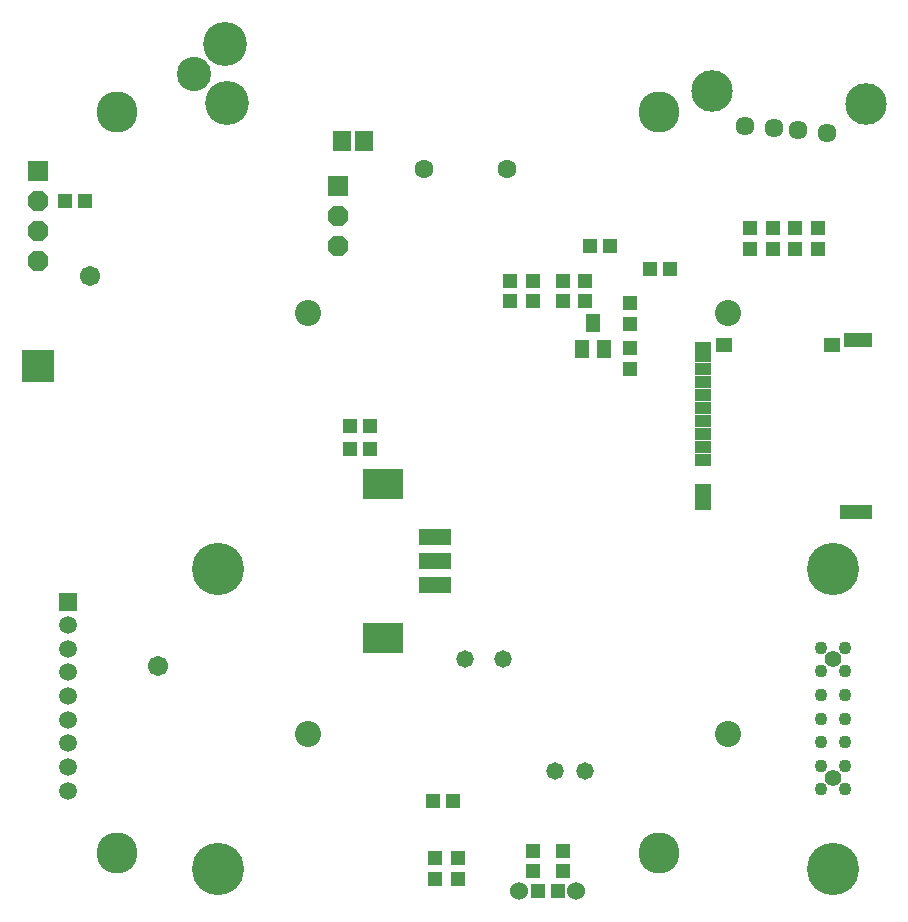
<source format=gbs>
G75*
G70*
%OFA0B0*%
%FSLAX24Y24*%
%IPPOS*%
%LPD*%
%AMOC8*
5,1,8,0,0,1.08239X$1,22.5*
%
%ADD10C,0.1370*%
%ADD11C,0.1740*%
%ADD12C,0.0867*%
%ADD13C,0.0631*%
%ADD14C,0.1464*%
%ADD15C,0.1143*%
%ADD16C,0.0634*%
%ADD17C,0.1386*%
%ADD18R,0.0592X0.0671*%
%ADD19R,0.0946X0.0474*%
%ADD20R,0.1064X0.0474*%
%ADD21R,0.0537X0.0395*%
%ADD22R,0.0537X0.0867*%
%ADD23R,0.0537X0.0710*%
%ADD24R,0.0572X0.0493*%
%ADD25R,0.0474X0.0513*%
%ADD26C,0.0434*%
%ADD27C,0.0549*%
%ADD28R,0.0513X0.0474*%
%ADD29R,0.0595X0.0595*%
%ADD30C,0.0595*%
%ADD31C,0.0600*%
%ADD32R,0.0474X0.0631*%
%ADD33R,0.0674X0.0674*%
%ADD34OC8,0.0674*%
%ADD35C,0.0580*%
%ADD36R,0.1104X0.0552*%
%ADD37R,0.1379X0.0986*%
%ADD38R,0.1080X0.1080*%
%ADD39C,0.0671*%
D10*
X003610Y002450D03*
X021680Y002450D03*
X021680Y027150D03*
X003610Y027150D03*
D11*
X006970Y011930D03*
X006970Y001930D03*
X027470Y001930D03*
X027470Y011930D03*
D12*
X023978Y006422D03*
X023978Y020438D03*
X009962Y020438D03*
X009962Y006422D03*
D13*
X013842Y025261D03*
X016598Y025261D03*
D14*
X007274Y027453D03*
X007205Y029421D03*
D15*
X006177Y028400D03*
D16*
X024541Y026691D03*
X025522Y026606D03*
X026306Y026537D03*
X027287Y026451D03*
D17*
X028584Y027413D03*
X023430Y027864D03*
D18*
X011844Y026180D03*
X011096Y026180D03*
D19*
X028295Y019554D03*
D20*
X028236Y013806D03*
D21*
X023149Y015538D03*
X023149Y015971D03*
X023149Y016404D03*
X023149Y016837D03*
X023149Y017271D03*
X023149Y017704D03*
X023149Y018137D03*
X023149Y018570D03*
D22*
X023149Y014314D03*
D23*
X023149Y019137D03*
D24*
X023836Y019391D03*
X027429Y019391D03*
D25*
X026970Y022595D03*
X026970Y023265D03*
X026220Y023265D03*
X026220Y022595D03*
X025470Y022595D03*
X025470Y023265D03*
X024720Y023265D03*
X024720Y022595D03*
X020720Y020765D03*
X020720Y020095D03*
X020720Y019265D03*
X020720Y018595D03*
X019220Y020845D03*
X019220Y021515D03*
X018470Y021515D03*
X018470Y020845D03*
X017470Y020845D03*
X017470Y021515D03*
X016720Y021515D03*
X016720Y020845D03*
X017470Y002515D03*
X017470Y001845D03*
X018470Y001845D03*
X018470Y002515D03*
X014970Y002265D03*
X014970Y001595D03*
X014220Y001595D03*
X014220Y002265D03*
D26*
X027076Y004568D03*
X027864Y004568D03*
X027864Y005355D03*
X027864Y006143D03*
X027076Y006143D03*
X027076Y005355D03*
X027076Y006930D03*
X027076Y007717D03*
X027864Y007717D03*
X027864Y006930D03*
X027864Y008505D03*
X027076Y008505D03*
X027076Y009292D03*
X027864Y009292D03*
D27*
X027470Y008899D03*
X027470Y004961D03*
D28*
X018305Y001180D03*
X017635Y001180D03*
X014805Y004180D03*
X014135Y004180D03*
X012055Y015930D03*
X011385Y015930D03*
X011385Y016680D03*
X012055Y016680D03*
X019385Y022680D03*
X020055Y022680D03*
X021385Y021930D03*
X022055Y021930D03*
X002555Y024180D03*
X001885Y024180D03*
D29*
X001970Y010830D03*
D30*
X001970Y010042D03*
X001970Y009255D03*
X001970Y008467D03*
X001970Y007680D03*
X001970Y006893D03*
X001970Y006105D03*
X001970Y005318D03*
X001970Y004530D03*
D31*
X017020Y001180D03*
X018920Y001180D03*
D32*
X019096Y019247D03*
X019844Y019247D03*
X019470Y020113D03*
D33*
X010970Y024680D03*
X000970Y025180D03*
D34*
X000970Y024180D03*
X000970Y023180D03*
X000970Y022180D03*
X010970Y022680D03*
X010970Y023680D03*
D35*
X015220Y008930D03*
X016470Y008930D03*
X018220Y005180D03*
X019220Y005180D03*
D36*
X014220Y011393D03*
X014220Y012180D03*
X014220Y012967D03*
D37*
X012468Y014739D03*
X012468Y009621D03*
D38*
X000970Y018680D03*
D39*
X002720Y021680D03*
X004970Y008680D03*
M02*

</source>
